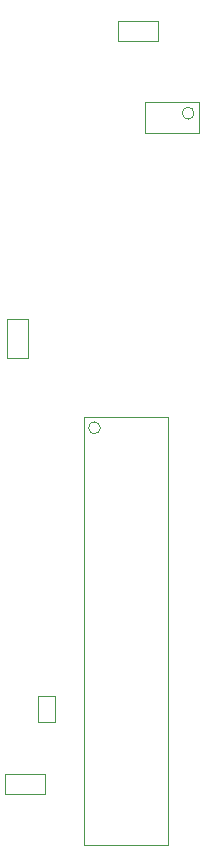
<source format=gbr>
G04 Layer_Color=16711935*
%FSLAX24Y24*%
%MOIN*%
%TF.FileFunction,Mechanical*%
%TF.Part,Single*%
G01*
G75*
%TA.AperFunction,NonConductor*%
%ADD40C,0.0039*%
D40*
X59054Y52672D02*
G03*
X59054Y52672I-197J0D01*
G01*
X62178Y63159D02*
G03*
X62178Y63159I-197J0D01*
G01*
X59641Y65556D02*
Y66244D01*
X60959Y65556D02*
Y66244D01*
X59641D02*
X60959D01*
X59641Y65556D02*
X60959D01*
X55891Y40456D02*
Y41144D01*
X57209Y40456D02*
Y41144D01*
X55891D02*
X57209D01*
X55891Y40456D02*
X57209D01*
X58502Y38774D02*
X61298D01*
X58502Y53026D02*
X61298D01*
Y38774D02*
Y53026D01*
X58502Y38774D02*
Y53026D01*
X57535Y42867D02*
Y43733D01*
X56965Y42867D02*
Y43733D01*
X57535D01*
X56965Y42867D02*
X57535D01*
X55956Y54991D02*
X56644D01*
X55956Y56309D02*
X56644D01*
X55956Y54991D02*
Y56309D01*
X56644Y54991D02*
Y56309D01*
X60544Y62509D02*
Y63533D01*
X62356Y62509D02*
Y63533D01*
X60544Y62509D02*
X62356D01*
X60544Y63533D02*
X62356D01*
%TF.MD5,7B26B6CF692F302B1518C33BC76B6D93*%
M02*

</source>
